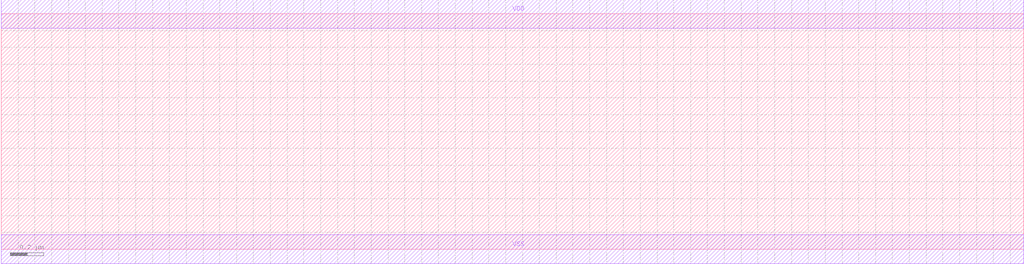
<source format=lef>
# 
# ******************************************************************************
# *                                                                            *
# *                   Copyright (C) 2004-2010, Nangate Inc.                    *
# *                           All rights reserved.                             *
# *                                                                            *
# * Nangate and the Nangate logo are trademarks of Nangate Inc.                *
# *                                                                            *
# * All trademarks, logos, software marks, and trade names (collectively the   *
# * "Marks") in this program are proprietary to Nangate or other respective    *
# * owners that have granted Nangate the right and license to use such Marks.  *
# * You are not permitted to use the Marks without the prior written consent   *
# * of Nangate or such third party that may own the Marks.                     *
# *                                                                            *
# * This file has been provided pursuant to a License Agreement containing     *
# * restrictions on its use. This file contains valuable trade secrets and     *
# * proprietary information of Nangate Inc., and is protected by U.S. and      *
# * international laws and/or treaties.                                        *
# *                                                                            *
# * The copyright notice(s) in this file does not indicate actual or intended  *
# * publication of this file.                                                  *
# *                                                                            *
# *     NGLibraryCreator, v2010.08-HR32-SP3-2010-08-05 - build 1009061800      *
# *                                                                            *
# ******************************************************************************
# 
# 
# Running on brazil06.nangate.com.br for user Giancarlo Franciscatto (gfr).
# Local time is now Fri, 3 Dec 2010, 19:32:18.
# Main process id is 27821.

VERSION 5.6 ;
BUSBITCHARS "[]" ;
DIVIDERCHAR "/" ;

MACRO FILLCELL_X32
  CLASS core ;
  FOREIGN FILLCELL_X32 0.0 0.0 ;
  ORIGIN 0 0 ;
  SYMMETRY X Y ;
  SITE FreePDK45_38x28_10R_NP_162NW_34O ;
  SIZE 6.08 BY 1.4 ;
  PIN VDD
    DIRECTION INOUT ;
    USE power ;
    SHAPE ABUTMENT ;
    PORT
      LAYER metal1 ;
        POLYGON 0 1.315 6.08 1.315 6.08 1.485 0 1.485  ;
    END
  END VDD
  PIN VSS
    DIRECTION INOUT ;
    USE ground ;
    SHAPE ABUTMENT ;
    PORT
      LAYER metal1 ;
        POLYGON 0 -0.085 6.08 -0.085 6.08 0.085 0 0.085  ;
    END
  END VSS
END FILLCELL_X32

END LIBRARY
#
# End of file
#

</source>
